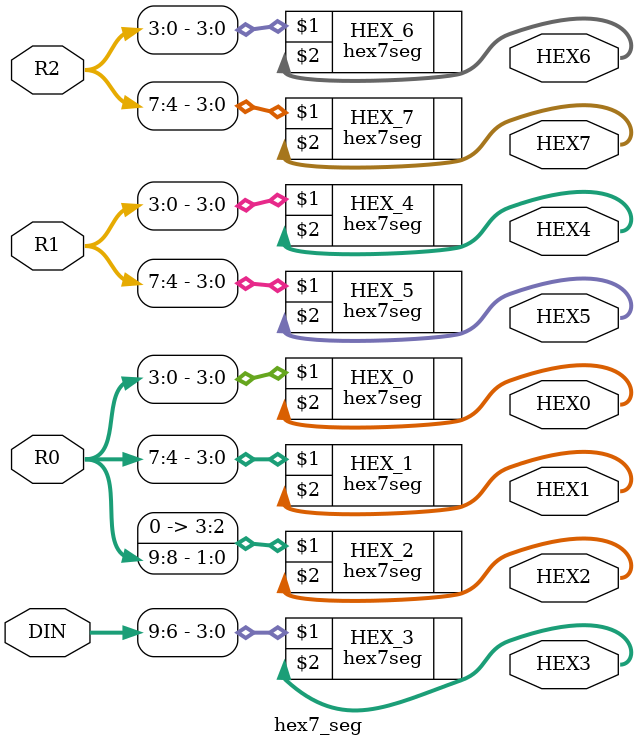
<source format=v>
module hex7_seg (DIN,R0,R1,R2,HEX0,HEX1,HEX2,HEX3,HEX4,HEX5,HEX6,HEX7);
input [9:0]DIN,R0,R1,R2;
output [6:0]HEX0,HEX1,HEX2,HEX3,HEX4,HEX5,HEX6,HEX7;
hex7seg HEX_0(R0[3:0],HEX0);
hex7seg HEX_1(R0[7:4],HEX1);
hex7seg HEX_2({2'b00,R0[9:8]},HEX2);
hex7seg HEX_3(DIN[9:6],HEX3);
hex7seg HEX_4(R1[3:0],HEX4);
hex7seg HEX_5(R1[7:4],HEX5);
hex7seg HEX_6(R2[3:0],HEX6);
hex7seg HEX_7(R2[7:4],HEX7);
endmodule
</source>
